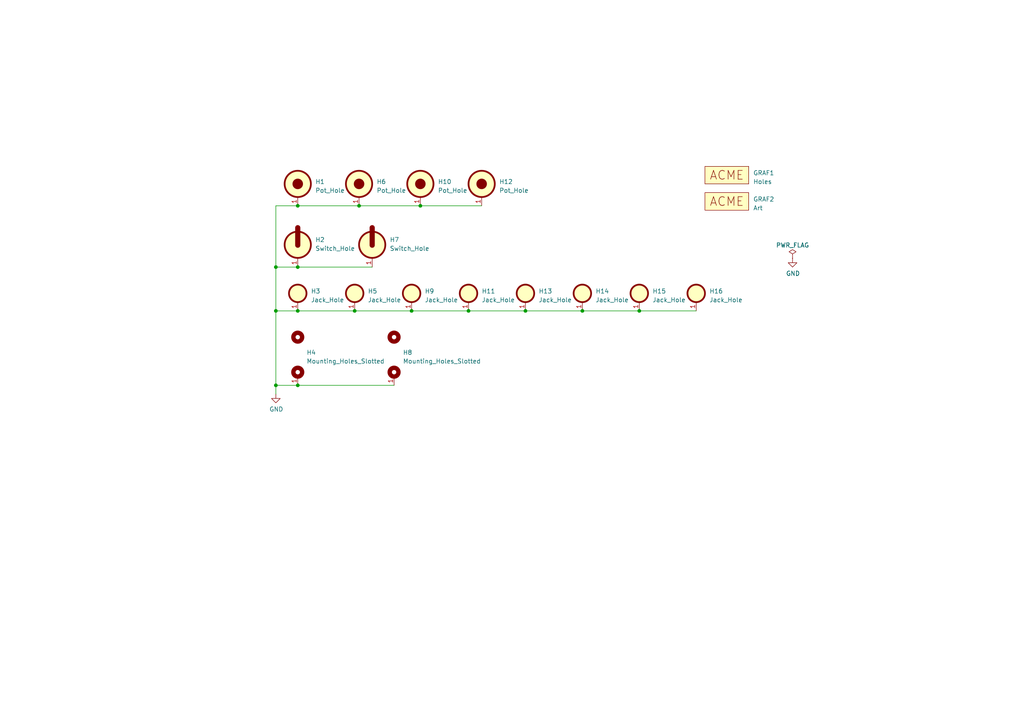
<source format=kicad_sch>
(kicad_sch (version 20230121) (generator eeschema)
  (paper "A4")
  (lib_symbols
    (symbol "AO_symbols:Graphic" (pin_names (offset 1.016)) (in_bom no)
      (property "Reference" "GRAF" (at 0 -3.81 0))
      (property "Value" "Graphic" (at 0 3.81 0))
      (symbol "Graphic_0_0"
        (rectangle (start -6.35 2.54) (end 6.35 -2.54) (fill (type background)))
        (text "ACME" (at 0 0 0) (effects (font (size 2.54 2.54))))
      )
    )
    (symbol "Kosmo:Jack_Hole" (pin_names (offset 1.016))
      (property "Reference" "H" (at 3.81 1.27 0))
      (property "Value" "Jack_Hole" (at 7.62 -1.27 0))
      (symbol "Jack_Hole_1_1"
        (circle (center 0 0) (radius 2.54) (stroke (width 0.508)) (fill (type background)))
        (pin passive line (at 0 -5.08 90) (length 2.54) (name "~") (number "1"))
      )
    )
    (symbol "Kosmo:Mounting_Holes_Slotted" (pin_names (offset 1.016))
      (property "Reference" "H" (at 0 1.27 0))
      (property "Value" "Mounting_Holes_Slotted" (at 0 -1.27 0))
      (symbol "Mounting_Holes_Slotted_1_1"
        (circle (center 0 -5.08) (radius 1.27) (stroke (width 1.27)))
        (circle (center 0 5.08) (radius 1.27) (stroke (width 1.27)))
        (pin passive line (at 0 -8.89 90) (length 2.54) (name "~") (number "1"))
      )
    )
    (symbol "Kosmo:Pot_Hole" (pin_names (offset 1.016))
      (property "Reference" "H" (at 4.826 1.397 0))
      (property "Value" "Pot_Hole" (at 8.128 -1.778 0))
      (symbol "Pot_Hole_0_1"
        (circle (center 0 0) (radius 1.27) (stroke (width 0.508)) (fill (type outline)))
        (circle (center 0 0) (radius 3.81) (stroke (width 0.508)) (fill (type background)))
      )
      (symbol "Pot_Hole_1_1"
        (pin passive line (at 0 -6.35 90) (length 2.54) (name "~") (number "1"))
      )
    )
    (symbol "Kosmo:Switch_Hole" (pin_names (offset 1.016))
      (property "Reference" "H" (at 4.826 1.397 0))
      (property "Value" "Switch_Hole" (at 9.906 -1.778 0))
      (symbol "Switch_Hole_0_1"
        (polyline (pts (xy 0 0) (xy 0 5.08)) (stroke (width 1.4986)))
        (circle (center 0 0.127) (radius 3.81) (stroke (width 0.508)) (fill (type background)))
      )
      (symbol "Switch_Hole_1_1"
        (pin passive line (at 0 -6.35 90) (length 2.54) (name "~") (number "1"))
      )
    )
    (symbol "power:GND" (power) (pin_names (offset 0))
      (property "Value" "GND" (at 0 -3.81 0))
      (symbol "GND_0_1"
        (polyline (pts (xy 0 0) (xy 0 -1.27) (xy 1.27 -1.27) (xy 0 -2.54) (xy -1.27 -1.27) (xy 0 -1.27)))
      )
      (symbol "GND_1_1"
        (pin power_in line (at 0 0 270) (length 0) hide (name "GND") (number "1"))
      )
    )
    (symbol "power:PWR_FLAG" (power) (pin_numbers hide) (pin_names (offset 0) hide)
      (property "Value" "PWR_FLAG" (at 0 3.81 0))
      (symbol "PWR_FLAG_0_0"
        (pin power_out line (at 0 0 90) (length 0) (name "pwr") (number "1"))
      )
      (symbol "PWR_FLAG_0_1"
        (polyline (pts (xy 0 0) (xy 0 1.27) (xy -1.016 1.905) (xy 0 2.54) (xy 1.016 1.905) (xy 0 1.27)))
      )
    )
  )
  (junction (at 86.36 77.47))
  (junction (at 80.01 90.17))
  (junction (at 119.38 90.17))
  (junction (at 80.01 111.76))
  (junction (at 121.92 59.69))
  (junction (at 86.36 59.69))
  (junction (at 80.01 77.47))
  (junction (at 135.89 90.17))
  (junction (at 104.14 59.69))
  (junction (at 168.91 90.17))
  (junction (at 86.36 111.76))
  (junction (at 185.42 90.17))
  (junction (at 102.87 90.17))
  (junction (at 152.4 90.17))
  (junction (at 86.36 90.17))
  (wire (pts (xy 86.36 111.76) (xy 114.3 111.76)))
  (wire (pts (xy 102.87 90.17) (xy 119.38 90.17)))
  (wire (pts (xy 80.01 90.17) (xy 86.36 90.17)))
  (wire (pts (xy 80.01 111.76) (xy 86.36 111.76)))
  (wire (pts (xy 121.92 59.69) (xy 139.7 59.69)))
  (wire (pts (xy 104.14 59.69) (xy 121.92 59.69)))
  (wire (pts (xy 80.01 114.3) (xy 80.01 111.76)))
  (wire (pts (xy 86.36 90.17) (xy 102.87 90.17)))
  (wire (pts (xy 152.4 90.17) (xy 168.91 90.17)))
  (wire (pts (xy 80.01 90.17) (xy 80.01 77.47)))
  (wire (pts (xy 80.01 77.47) (xy 80.01 59.69)))
  (wire (pts (xy 168.91 90.17) (xy 185.42 90.17)))
  (wire (pts (xy 80.01 59.69) (xy 86.36 59.69)))
  (wire (pts (xy 185.42 90.17) (xy 201.93 90.17)))
  (wire (pts (xy 80.01 77.47) (xy 86.36 77.47)))
  (wire (pts (xy 135.89 90.17) (xy 152.4 90.17)))
  (wire (pts (xy 119.38 90.17) (xy 135.89 90.17)))
  (wire (pts (xy 86.36 59.69) (xy 104.14 59.69)))
  (wire (pts (xy 80.01 111.76) (xy 80.01 90.17)))
  (wire (pts (xy 86.36 77.47) (xy 107.95 77.47)))
  (symbol (lib_id "power:GND") (at 80.01 114.3 0) (unit 1)
    (property "Reference" "#PWR01" (effects hide))
    (property "Value" "GND" (at 80.137 118.6942 0))
  )
  (symbol (lib_id "AO_symbols:Graphic") (at 210.82 58.42 0) (unit 1) (in_bom no)
    (property "Reference" "GRAF2" (at 218.44 57.785 0) (effects (justify left)))
    (property "Value" "Art" (at 218.44 60.325 0) (effects (justify left)))
    (property "Footprint" "mfos_vca-panel:mfos_vca_panel_100_art" (effects hide))
    (property "Config" "DNF" (effects hide))
  )
  (symbol (lib_id "power:PWR_FLAG") (at 229.87 74.93 0) (unit 1)
    (property "Reference" "#FLG01" (effects hide))
    (property "Value" "PWR_FLAG" (at 229.87 71.12 0))
  )
  (symbol (lib_id "Kosmo:Jack_Hole") (at 168.91 85.09 0) (unit 1)
    (property "Reference" "H14" (at 172.72 84.455 0) (effects (justify left)))
    (property "Value" "Jack_Hole" (at 172.72 86.995 0) (effects (justify left)))
    (property "Footprint" "Kosmo_panel:Kosmo_Jack_Hole" (effects hide))
  )
  (symbol (lib_id "Kosmo:Jack_Hole") (at 86.36 85.09 0) (unit 1)
    (property "Reference" "H3" (at 90.17 84.455 0) (effects (justify left)))
    (property "Value" "Jack_Hole" (at 90.17 86.995 0) (effects (justify left)))
    (property "Footprint" "Kosmo_panel:Kosmo_Jack_Hole" (effects hide))
  )
  (symbol (lib_id "Kosmo:Jack_Hole") (at 102.87 85.09 0) (unit 1)
    (property "Reference" "H5" (at 106.68 84.455 0) (effects (justify left)))
    (property "Value" "Jack_Hole" (at 106.68 86.995 0) (effects (justify left)))
    (property "Footprint" "Kosmo_panel:Kosmo_Jack_Hole" (effects hide))
  )
  (symbol (lib_id "Kosmo:Pot_Hole") (at 139.7 53.34 0) (unit 1)
    (property "Reference" "H12" (at 144.78 52.705 0) (effects (justify left)))
    (property "Value" "Pot_Hole" (at 144.78 55.245 0) (effects (justify left)))
    (property "Footprint" "Kosmo_panel:Kosmo_Pot_Hole" (effects hide))
  )
  (symbol (lib_id "Kosmo:Jack_Hole") (at 135.89 85.09 0) (unit 1)
    (property "Reference" "H11" (at 139.7 84.455 0) (effects (justify left)))
    (property "Value" "Jack_Hole" (at 139.7 86.995 0) (effects (justify left)))
    (property "Footprint" "Kosmo_panel:Kosmo_Jack_Hole" (effects hide))
  )
  (symbol (lib_id "Kosmo:Switch_Hole") (at 107.95 71.12 0) (unit 1)
    (property "Reference" "H7" (at 113.03 69.5388 0) (effects (justify left)))
    (property "Value" "Switch_Hole" (at 113.03 72.0788 0) (effects (justify left)))
    (property "Footprint" "Kosmo_panel:Kosmo_Switch_Hole" (effects hide))
  )
  (symbol (lib_id "AO_symbols:Graphic") (at 210.82 50.8 0) (unit 1) (in_bom no)
    (property "Reference" "GRAF1" (at 218.44 50.165 0) (effects (justify left)))
    (property "Value" "Holes" (at 218.44 52.705 0) (effects (justify left)))
    (property "Footprint" "mfos_vca-panel:mfos_vca_panel_100_holes" (effects hide))
    (property "Config" "DNF" (effects hide))
  )
  (symbol (lib_id "Kosmo:Jack_Hole") (at 152.4 85.09 0) (unit 1)
    (property "Reference" "H13" (at 156.21 84.455 0) (effects (justify left)))
    (property "Value" "Jack_Hole" (at 156.21 86.995 0) (effects (justify left)))
    (property "Footprint" "Kosmo_panel:Kosmo_Jack_Hole" (effects hide))
  )
  (symbol (lib_id "power:GND") (at 229.87 74.93 0) (unit 1)
    (property "Reference" "#PWR02" (effects hide))
    (property "Value" "GND" (at 229.997 79.3242 0))
  )
  (symbol (lib_id "Kosmo:Mounting_Holes_Slotted") (at 86.36 102.87 0) (unit 1)
    (property "Reference" "H4" (at 88.9 102.235 0) (effects (justify left)))
    (property "Value" "Mounting_Holes_Slotted" (at 88.9 104.775 0) (effects (justify left)))
    (property "Footprint" "Kosmo_panel:Kosmo_Panel_Dual_Slotted_Mounting_Holes" (effects hide))
  )
  (symbol (lib_id "Kosmo:Jack_Hole") (at 119.38 85.09 0) (unit 1)
    (property "Reference" "H9" (at 123.19 84.455 0) (effects (justify left)))
    (property "Value" "Jack_Hole" (at 123.19 86.995 0) (effects (justify left)))
    (property "Footprint" "Kosmo_panel:Kosmo_Jack_Hole" (effects hide))
  )
  (symbol (lib_id "Kosmo:Pot_Hole") (at 121.92 53.34 0) (unit 1)
    (property "Reference" "H10" (at 127 52.705 0) (effects (justify left)))
    (property "Value" "Pot_Hole" (at 127 55.245 0) (effects (justify left)))
    (property "Footprint" "Kosmo_panel:Kosmo_Pot_Hole" (effects hide))
  )
  (symbol (lib_id "Kosmo:Switch_Hole") (at 86.36 71.12 0) (unit 1)
    (property "Reference" "H2" (at 91.44 69.5388 0) (effects (justify left)))
    (property "Value" "Switch_Hole" (at 91.44 72.0788 0) (effects (justify left)))
    (property "Footprint" "Kosmo_panel:Kosmo_Switch_Hole" (effects hide))
  )
  (symbol (lib_id "Kosmo:Jack_Hole") (at 185.42 85.09 0) (unit 1)
    (property "Reference" "H15" (at 189.23 84.455 0) (effects (justify left)))
    (property "Value" "Jack_Hole" (at 189.23 86.995 0) (effects (justify left)))
    (property "Footprint" "Kosmo_panel:Kosmo_Jack_Hole" (effects hide))
  )
  (symbol (lib_id "Kosmo:Pot_Hole") (at 104.14 53.34 0) (unit 1)
    (property "Reference" "H6" (at 109.22 52.705 0) (effects (justify left)))
    (property "Value" "Pot_Hole" (at 109.22 55.245 0) (effects (justify left)))
    (property "Footprint" "Kosmo_panel:Kosmo_Pot_Hole" (effects hide))
  )
  (symbol (lib_id "Kosmo:Pot_Hole") (at 86.36 53.34 0) (unit 1)
    (property "Reference" "H1" (at 91.44 52.705 0) (effects (justify left)))
    (property "Value" "Pot_Hole" (at 91.44 55.245 0) (effects (justify left)))
    (property "Footprint" "Kosmo_panel:Kosmo_Pot_Hole" (effects hide))
  )
  (symbol (lib_id "Kosmo:Mounting_Holes_Slotted") (at 114.3 102.87 0) (unit 1)
    (property "Reference" "H8" (at 116.84 102.235 0) (effects (justify left)))
    (property "Value" "Mounting_Holes_Slotted" (at 116.84 104.775 0) (effects (justify left)))
    (property "Footprint" "Kosmo_panel:Kosmo_Panel_Dual_Slotted_Mounting_Holes" (effects hide))
  )
  (symbol (lib_id "Kosmo:Jack_Hole") (at 201.93 85.09 0) (unit 1)
    (property "Reference" "H16" (at 205.74 84.455 0) (effects (justify left)))
    (property "Value" "Jack_Hole" (at 205.74 86.995 0) (effects (justify left)))
    (property "Footprint" "Kosmo_panel:Kosmo_Jack_Hole" (effects hide))
  )
)
</source>
